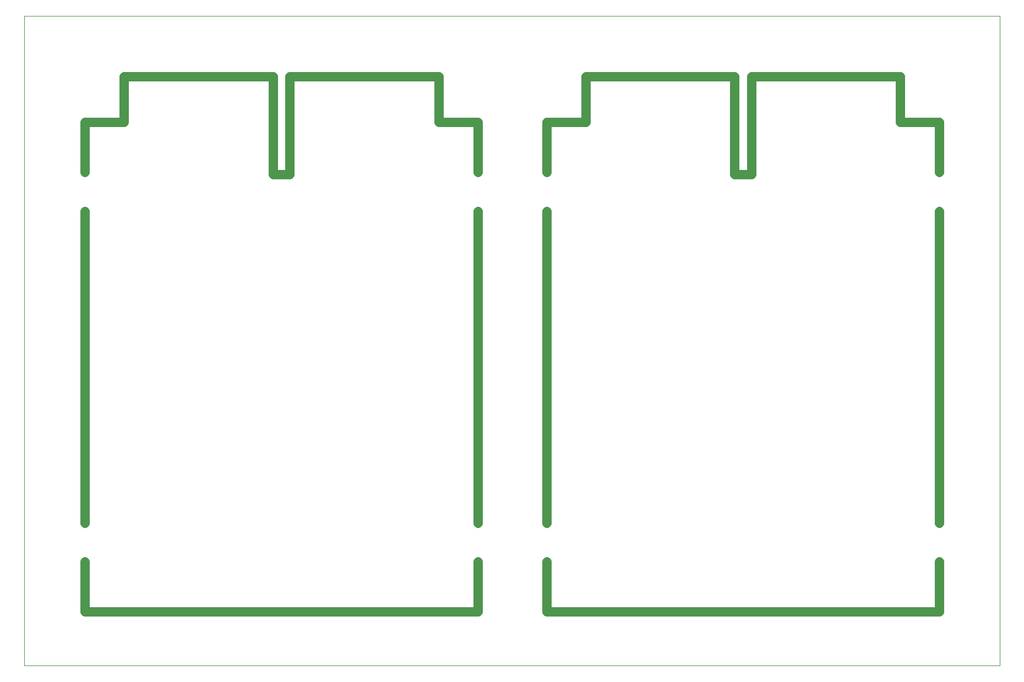
<source format=gko>
%FSLAX46Y46*%
%MOMM*%
%ADD10C,0.010000*%
%ADD11C,1.400000*%
G01*
G01*
%LPD*%
D10*
X0Y100000000D02*
X0Y0D01*
D10*
X0Y0D02*
X150000000Y0D01*
D10*
X150000000Y0D02*
X150000000Y100000000D01*
D10*
X150000000Y100000000D02*
X150000000Y100000000D01*
D10*
X150000000Y100000000D02*
X0Y100000000D01*
D11*
X38200000Y90700000D02*
X38200000Y75600000D01*
D11*
X63700000Y83700000D02*
X69700000Y83700000D01*
D11*
X9300000Y8300000D02*
X69700000Y8300000D01*
D11*
X63700000Y83700000D02*
X63700000Y90700000D01*
D11*
X9300000Y83700000D02*
X15300000Y83700000D01*
D11*
X15300000Y83700000D02*
X15300000Y90700000D01*
D11*
X69700000Y70000000D02*
X69700000Y22000000D01*
D11*
X40800000Y90700000D02*
X63700000Y90700000D01*
D11*
X9300000Y16000000D02*
X9300000Y8300000D01*
D11*
X15300000Y90700000D02*
X38200000Y90700000D01*
D11*
X40800000Y90700000D02*
X40800000Y75600000D01*
D11*
X69700000Y83700000D02*
X69700000Y76000000D01*
D11*
X9300000Y70000000D02*
X9300000Y22000000D01*
D11*
X38200000Y75600000D02*
X40800000Y75600000D01*
D11*
X9300000Y83700000D02*
X9300000Y76000000D01*
D11*
X69700000Y16000000D02*
X69700000Y8300000D01*
D11*
X109200000Y90700000D02*
X109200000Y75600000D01*
D11*
X134700000Y83700000D02*
X140700000Y83700000D01*
D11*
X80300000Y8300000D02*
X140700000Y8300000D01*
D11*
X134700000Y83700000D02*
X134700000Y90700000D01*
D11*
X80300000Y83700000D02*
X86300000Y83700000D01*
D11*
X86300000Y83700000D02*
X86300000Y90700000D01*
D11*
X140700000Y70000000D02*
X140700000Y22000000D01*
D11*
X111800000Y90700000D02*
X134700000Y90700000D01*
D11*
X80300000Y16000000D02*
X80300000Y8300000D01*
D11*
X86300000Y90700000D02*
X109200000Y90700000D01*
D11*
X111800000Y90700000D02*
X111800000Y75600000D01*
D11*
X140700000Y83700000D02*
X140700000Y76000000D01*
D11*
X80300000Y70000000D02*
X80300000Y22000000D01*
D11*
X109200000Y75600000D02*
X111800000Y75600000D01*
D11*
X80300000Y83700000D02*
X80300000Y76000000D01*
D11*
X140700000Y16000000D02*
X140700000Y8300000D01*
G75*
M02*

</source>
